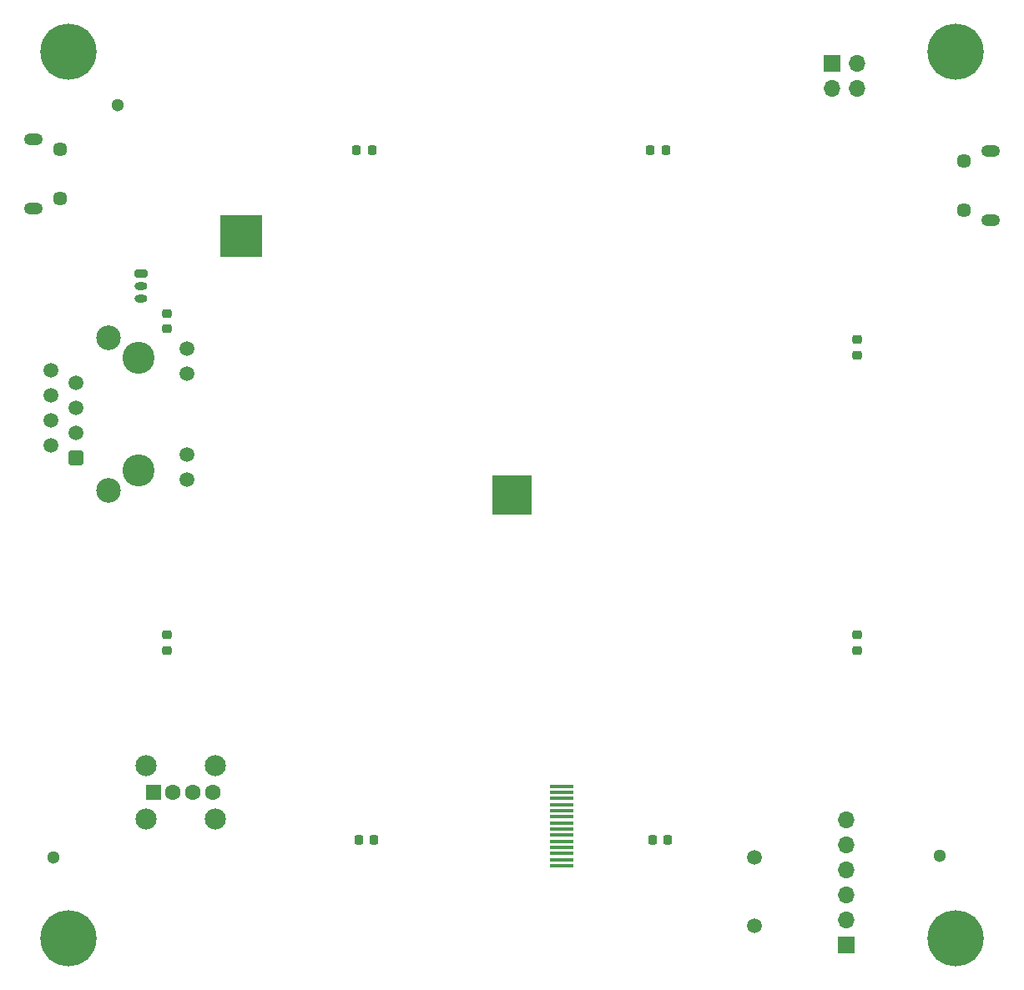
<source format=gbr>
%TF.GenerationSoftware,KiCad,Pcbnew,(6.0.8)*%
%TF.CreationDate,2023-03-24T20:25:16-04:00*%
%TF.ProjectId,lb_mp1,6c625f6d-7031-42e6-9b69-6361645f7063,rev?*%
%TF.SameCoordinates,Original*%
%TF.FileFunction,Soldermask,Bot*%
%TF.FilePolarity,Negative*%
%FSLAX46Y46*%
G04 Gerber Fmt 4.6, Leading zero omitted, Abs format (unit mm)*
G04 Created by KiCad (PCBNEW (6.0.8)) date 2023-03-24 20:25:16*
%MOMM*%
%LPD*%
G01*
G04 APERTURE LIST*
G04 Aperture macros list*
%AMRoundRect*
0 Rectangle with rounded corners*
0 $1 Rounding radius*
0 $2 $3 $4 $5 $6 $7 $8 $9 X,Y pos of 4 corners*
0 Add a 4 corners polygon primitive as box body*
4,1,4,$2,$3,$4,$5,$6,$7,$8,$9,$2,$3,0*
0 Add four circle primitives for the rounded corners*
1,1,$1+$1,$2,$3*
1,1,$1+$1,$4,$5*
1,1,$1+$1,$6,$7*
1,1,$1+$1,$8,$9*
0 Add four rect primitives between the rounded corners*
20,1,$1+$1,$2,$3,$4,$5,0*
20,1,$1+$1,$4,$5,$6,$7,0*
20,1,$1+$1,$6,$7,$8,$9,0*
20,1,$1+$1,$8,$9,$2,$3,0*%
G04 Aperture macros list end*
%ADD10C,1.300000*%
%ADD11RoundRect,0.200000X-0.450000X0.200000X-0.450000X-0.200000X0.450000X-0.200000X0.450000X0.200000X0*%
%ADD12O,1.300000X0.800000*%
%ADD13C,1.500000*%
%ADD14R,1.600000X1.600000*%
%ADD15C,1.600000*%
%ADD16C,2.150000*%
%ADD17C,5.700000*%
%ADD18O,1.700000X1.700000*%
%ADD19R,1.700000X1.700000*%
%ADD20C,1.450000*%
%ADD21O,1.900000X1.200000*%
%ADD22C,3.250000*%
%ADD23RoundRect,0.250500X0.499500X-0.499500X0.499500X0.499500X-0.499500X0.499500X-0.499500X-0.499500X0*%
%ADD24C,2.500000*%
%ADD25C,0.711200*%
%ADD26RoundRect,0.218750X0.256250X-0.218750X0.256250X0.218750X-0.256250X0.218750X-0.256250X-0.218750X0*%
%ADD27RoundRect,0.218750X0.218750X0.256250X-0.218750X0.256250X-0.218750X-0.256250X0.218750X-0.256250X0*%
%ADD28RoundRect,0.218750X-0.218750X-0.256250X0.218750X-0.256250X0.218750X0.256250X-0.218750X0.256250X0*%
%ADD29R,2.400000X0.320000*%
%ADD30RoundRect,0.218750X-0.256250X0.218750X-0.256250X-0.218750X0.256250X-0.218750X0.256250X0.218750X0*%
G04 APERTURE END LIST*
%TO.C,U2*%
G36*
X124040000Y-72490000D02*
G01*
X119840000Y-72490000D01*
X119840000Y-68290000D01*
X124040000Y-68290000D01*
X124040000Y-72490000D01*
G37*
%TO.C,U8*%
G36*
X151440000Y-98660000D02*
G01*
X147440000Y-98660000D01*
X147440000Y-94660000D01*
X151440000Y-94660000D01*
X151440000Y-98660000D01*
G37*
%TD*%
D10*
%TO.C,*%
X192790000Y-133240000D03*
%TD*%
%TO.C,*%
X102860000Y-133400000D03*
%TD*%
%TO.C,REF\u002A\u002A*%
X109400000Y-57100000D03*
%TD*%
D11*
%TO.C,J3*%
X111790000Y-74210000D03*
D12*
X111790000Y-75460000D03*
X111790000Y-76710000D03*
%TD*%
D13*
%TO.C,J9*%
X174000000Y-140415000D03*
X174000000Y-133415000D03*
%TD*%
D14*
%TO.C,J8*%
X113030000Y-126860000D03*
D15*
X115030000Y-126860000D03*
X117030000Y-126860000D03*
X119030000Y-126860000D03*
D16*
X119300000Y-124140000D03*
X119300000Y-129580000D03*
X112300000Y-124140000D03*
X112300000Y-129580000D03*
%TD*%
D17*
%TO.C,H1*%
X104440000Y-51660000D03*
%TD*%
%TO.C,H4*%
X194440000Y-141660000D03*
%TD*%
%TO.C,H3*%
X104440000Y-141660000D03*
%TD*%
D18*
%TO.C,J10*%
X183300000Y-129650000D03*
X183300000Y-132190000D03*
X183300000Y-134730000D03*
X183300000Y-137270000D03*
X183300000Y-139810000D03*
D19*
X183300000Y-142350000D03*
%TD*%
D20*
%TO.C,J4*%
X103602500Y-66560000D03*
D21*
X100902500Y-67560000D03*
D20*
X103602500Y-61560000D03*
D21*
X100902500Y-60560000D03*
%TD*%
D22*
%TO.C,J7*%
X111527500Y-94175000D03*
X111527500Y-82745000D03*
D23*
X105167500Y-92900000D03*
D13*
X102627500Y-91640000D03*
X105167500Y-90360000D03*
X102627500Y-89100000D03*
X105167500Y-87820000D03*
X102627500Y-86560000D03*
X105167500Y-85280000D03*
X102627500Y-84020000D03*
X116427500Y-95085000D03*
X116427500Y-92545000D03*
X116427500Y-84375000D03*
X116427500Y-81835000D03*
D24*
X108477500Y-96205000D03*
X108477500Y-80715000D03*
%TD*%
D21*
%TO.C,J5*%
X197977500Y-61760000D03*
D20*
X195277500Y-62760000D03*
D21*
X197977500Y-68760000D03*
D20*
X195277500Y-67760000D03*
%TD*%
D25*
%TO.C,U2*%
X123140000Y-71590000D03*
X121940000Y-71590000D03*
X120740000Y-71590000D03*
X123140000Y-70390000D03*
X121940000Y-70390000D03*
X120740000Y-70390000D03*
X123140000Y-69190000D03*
X121940000Y-69190000D03*
X120740000Y-69190000D03*
%TD*%
D17*
%TO.C,H2*%
X194440000Y-51660000D03*
%TD*%
D19*
%TO.C,J2*%
X181859000Y-52827000D03*
D18*
X184399000Y-52827000D03*
X181859000Y-55367000D03*
X184399000Y-55367000D03*
%TD*%
D25*
%TO.C,U8*%
X150440000Y-97660000D03*
X149440000Y-97660000D03*
X148440000Y-97660000D03*
X150440000Y-96660000D03*
X149440000Y-96660000D03*
X148440000Y-96660000D03*
X150440000Y-95660000D03*
X149440000Y-95660000D03*
X148440000Y-95660000D03*
%TD*%
D26*
%TO.C,D27*%
X114440000Y-79787500D03*
X114440000Y-78212500D03*
%TD*%
D27*
%TO.C,D30*%
X165227500Y-131660000D03*
X163652500Y-131660000D03*
%TD*%
D28*
%TO.C,D25*%
X133652500Y-61660000D03*
X135227500Y-61660000D03*
%TD*%
D29*
%TO.C,U14*%
X154422500Y-134275000D03*
X154422500Y-133655000D03*
X154422500Y-133035000D03*
X154422500Y-132415000D03*
X154422500Y-131795000D03*
X154422500Y-131175000D03*
X154422500Y-130555000D03*
X154422500Y-129935000D03*
X154422500Y-129315000D03*
X154422500Y-128695000D03*
X154422500Y-128075000D03*
X154422500Y-127455000D03*
X154422500Y-126835000D03*
X154422500Y-126215000D03*
%TD*%
D28*
%TO.C,D24*%
X163440000Y-61660000D03*
X165015000Y-61660000D03*
%TD*%
D30*
%TO.C,D26*%
X184440000Y-80872500D03*
X184440000Y-82447500D03*
%TD*%
%TO.C,D28*%
X184440000Y-110872500D03*
X184440000Y-112447500D03*
%TD*%
D27*
%TO.C,D31*%
X135440000Y-131660000D03*
X133865000Y-131660000D03*
%TD*%
D26*
%TO.C,D29*%
X114440000Y-112447500D03*
X114440000Y-110872500D03*
%TD*%
M02*

</source>
